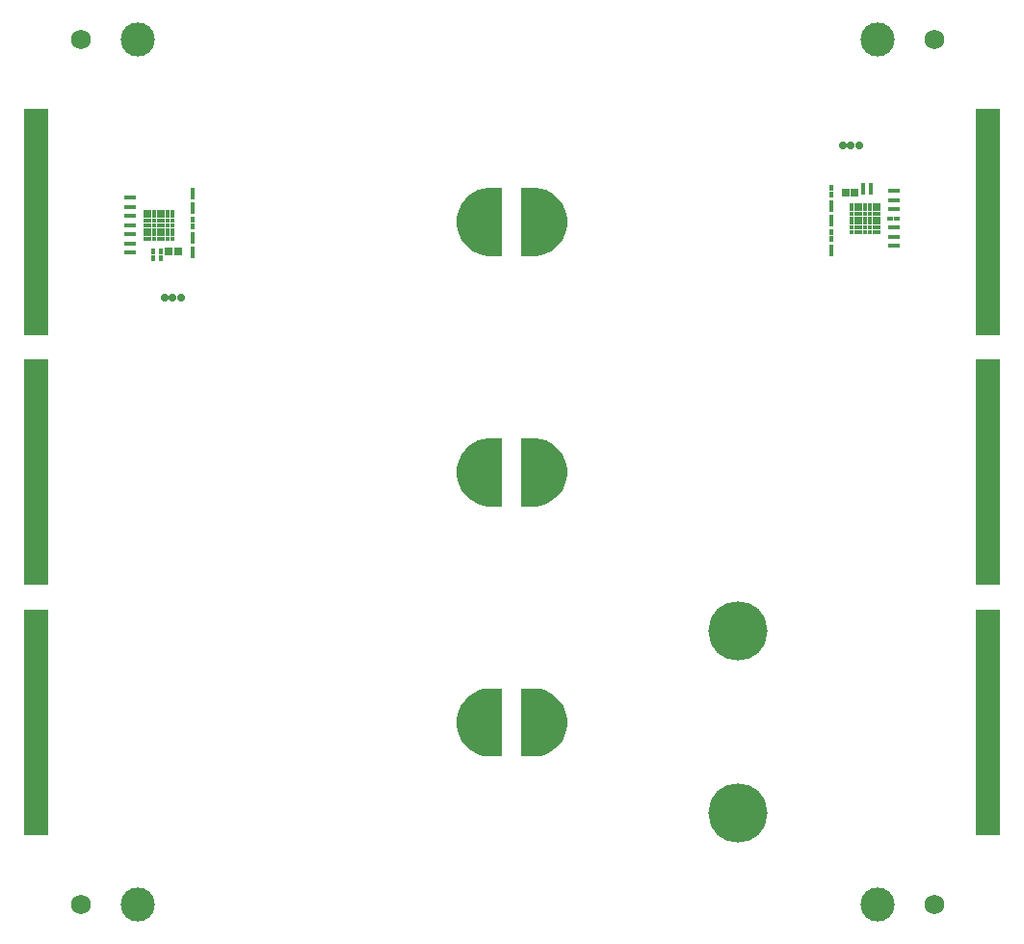
<source format=gbs>
G04*
G04 #@! TF.GenerationSoftware,Altium Limited,Altium Designer,21.1.1 (26)*
G04*
G04 Layer_Color=16711935*
%FSLAX44Y44*%
%MOMM*%
G71*
G04*
G04 #@! TF.SameCoordinates,63B2E272-0427-4AAB-BE5C-BBC369205028*
G04*
G04*
G04 #@! TF.FilePolarity,Negative*
G04*
G01*
G75*
%ADD77C,3.0000*%
%ADD80R,0.5532X0.4532*%
%ADD81R,0.4532X0.5532*%
%ADD83R,0.7632X0.7232*%
%ADD88R,1.7032X0.5532*%
%ADD107C,1.7272*%
%ADD108C,5.2032*%
%ADD109C,0.7032*%
%ADD110C,0.4132*%
G36*
X447000Y680000D02*
X449361D01*
X454025Y679261D01*
X458516Y677802D01*
X462723Y675658D01*
X466544Y672883D01*
X469883Y669544D01*
X472658Y665723D01*
X474802Y661516D01*
X476261Y657025D01*
X477000Y652361D01*
Y647639D01*
X476261Y642975D01*
X474802Y638484D01*
X472658Y634277D01*
X469883Y630456D01*
X466544Y627117D01*
X462723Y624342D01*
X458516Y622198D01*
X454025Y620739D01*
X449361Y620000D01*
X447000D01*
X437000Y620000D01*
X437000Y680000D01*
X447000Y680000D01*
D02*
G37*
G36*
X420000Y680000D02*
X420000Y620000D01*
X410000Y620000D01*
X407639D01*
X402975Y620739D01*
X398484Y622198D01*
X394277Y624342D01*
X390456Y627117D01*
X387117Y630456D01*
X384342Y634277D01*
X382198Y638484D01*
X380739Y642975D01*
X380000Y647639D01*
Y652361D01*
X380739Y657025D01*
X382198Y661516D01*
X384342Y665723D01*
X387117Y669544D01*
X390456Y672883D01*
X394277Y675658D01*
X398484Y677802D01*
X402975Y679261D01*
X407639Y680000D01*
X410000D01*
X420000Y680000D01*
D02*
G37*
G36*
X856998Y749250D02*
X857000Y550750D01*
X836000Y550750D01*
X836000Y749250D01*
X856998Y749250D01*
D02*
G37*
G36*
X21000Y749250D02*
X21000Y550750D01*
X2Y550750D01*
X-0Y749250D01*
X21000Y749250D01*
D02*
G37*
G36*
X447000Y460000D02*
X449361D01*
X454025Y459261D01*
X458516Y457802D01*
X462723Y455658D01*
X466544Y452883D01*
X469883Y449544D01*
X472658Y445723D01*
X474802Y441516D01*
X476261Y437025D01*
X477000Y432361D01*
Y427639D01*
X476261Y422975D01*
X474802Y418484D01*
X472658Y414277D01*
X469883Y410456D01*
X466544Y407117D01*
X462723Y404342D01*
X458516Y402198D01*
X454025Y400739D01*
X449361Y400000D01*
X447000D01*
X437000Y400000D01*
X437000Y460000D01*
X447000Y460000D01*
D02*
G37*
G36*
X420000Y460000D02*
X420000Y400000D01*
X410000Y400000D01*
X407639D01*
X402975Y400739D01*
X398484Y402198D01*
X394277Y404342D01*
X390456Y407117D01*
X387117Y410456D01*
X384342Y414277D01*
X382198Y418484D01*
X380739Y422975D01*
X380000Y427639D01*
Y432361D01*
X380739Y437025D01*
X382198Y441516D01*
X384342Y445723D01*
X387117Y449544D01*
X390456Y452883D01*
X394277Y455658D01*
X398484Y457802D01*
X402975Y459261D01*
X407639Y460000D01*
X410000D01*
X420000Y460000D01*
D02*
G37*
G36*
X856998Y529250D02*
X857000Y330750D01*
X836000Y330750D01*
X836000Y529250D01*
X856998Y529250D01*
D02*
G37*
G36*
X21000Y529250D02*
X21000Y330750D01*
X2Y330750D01*
X-0Y529250D01*
X21000Y529250D01*
D02*
G37*
G36*
X447000Y240000D02*
X449361D01*
X454025Y239261D01*
X458516Y237802D01*
X462723Y235658D01*
X466544Y232883D01*
X469883Y229544D01*
X472658Y225723D01*
X474802Y221516D01*
X476261Y217025D01*
X477000Y212361D01*
Y207639D01*
X476261Y202975D01*
X474802Y198484D01*
X472658Y194277D01*
X469883Y190456D01*
X466544Y187117D01*
X462723Y184342D01*
X458516Y182198D01*
X454025Y180739D01*
X449361Y180000D01*
X447000D01*
X437000Y180000D01*
X437000Y240000D01*
X447000Y240000D01*
D02*
G37*
G36*
X420000D02*
X420000Y180000D01*
X410000Y180000D01*
X407639D01*
X402975Y180739D01*
X398484Y182198D01*
X394277Y184342D01*
X390456Y187117D01*
X387117Y190456D01*
X384342Y194277D01*
X382198Y198484D01*
X380739Y202975D01*
X380000Y207639D01*
Y212361D01*
X380739Y217025D01*
X382198Y221516D01*
X384342Y225723D01*
X387117Y229544D01*
X390456Y232883D01*
X394277Y235658D01*
X398484Y237802D01*
X402975Y239261D01*
X407639Y240000D01*
X410000D01*
X420000Y240000D01*
D02*
G37*
G36*
X856998Y309249D02*
X857000Y110750D01*
X836000Y110750D01*
X836000Y309250D01*
X856998Y309249D01*
D02*
G37*
G36*
X21000Y309250D02*
X21000Y110750D01*
X2Y110750D01*
X-0Y309250D01*
X21000Y309250D01*
D02*
G37*
D77*
X750000Y810000D02*
D03*
Y50000D02*
D03*
X100000D02*
D03*
Y810000D02*
D03*
D80*
X761315Y629008D02*
D03*
X766815D02*
D03*
X761315Y637008D02*
D03*
X766815D02*
D03*
X761315Y645008D02*
D03*
X766815D02*
D03*
X761250Y653000D02*
D03*
X766750D02*
D03*
X761315Y661008D02*
D03*
X766815D02*
D03*
X761315Y669008D02*
D03*
X766815D02*
D03*
X761315Y677008D02*
D03*
X766815D02*
D03*
X95685Y670992D02*
D03*
X90185D02*
D03*
X95685Y662992D02*
D03*
X90185D02*
D03*
X95685Y654992D02*
D03*
X90185D02*
D03*
X95750Y647000D02*
D03*
X90250D02*
D03*
X95685Y638992D02*
D03*
X90185D02*
D03*
X95685Y630992D02*
D03*
X90185D02*
D03*
X95685Y622992D02*
D03*
X90185D02*
D03*
D81*
X709000Y622250D02*
D03*
Y627750D02*
D03*
Y635250D02*
D03*
Y640750D02*
D03*
Y661250D02*
D03*
Y666750D02*
D03*
Y648250D02*
D03*
Y653750D02*
D03*
Y674000D02*
D03*
Y679500D02*
D03*
X737000Y676250D02*
D03*
Y681750D02*
D03*
X744000Y676250D02*
D03*
Y681750D02*
D03*
X148000Y677750D02*
D03*
Y672250D02*
D03*
Y664750D02*
D03*
Y659250D02*
D03*
Y638750D02*
D03*
Y633250D02*
D03*
Y651750D02*
D03*
Y646250D02*
D03*
Y626000D02*
D03*
Y620500D02*
D03*
X120000Y623750D02*
D03*
Y618250D02*
D03*
X113000Y623750D02*
D03*
Y618250D02*
D03*
D83*
X729900Y676000D02*
D03*
X722100D02*
D03*
X127100Y624000D02*
D03*
X134900D02*
D03*
D88*
X12500Y520000D02*
D03*
Y515000D02*
D03*
Y510000D02*
D03*
Y505000D02*
D03*
Y500000D02*
D03*
Y495000D02*
D03*
Y490000D02*
D03*
Y485000D02*
D03*
Y480000D02*
D03*
Y475000D02*
D03*
Y470000D02*
D03*
Y465000D02*
D03*
Y460000D02*
D03*
Y455000D02*
D03*
Y450000D02*
D03*
Y445000D02*
D03*
Y440000D02*
D03*
Y435000D02*
D03*
Y430000D02*
D03*
Y425000D02*
D03*
Y420000D02*
D03*
Y415000D02*
D03*
Y390000D02*
D03*
Y385000D02*
D03*
Y380000D02*
D03*
Y375000D02*
D03*
Y370000D02*
D03*
Y365000D02*
D03*
Y360000D02*
D03*
Y355000D02*
D03*
Y350000D02*
D03*
Y345000D02*
D03*
Y340000D02*
D03*
X844500Y120000D02*
D03*
Y125000D02*
D03*
Y130000D02*
D03*
Y135000D02*
D03*
Y140000D02*
D03*
Y145000D02*
D03*
Y150000D02*
D03*
Y155000D02*
D03*
Y160000D02*
D03*
Y165000D02*
D03*
Y170000D02*
D03*
Y175000D02*
D03*
Y180000D02*
D03*
Y185000D02*
D03*
Y190000D02*
D03*
Y195000D02*
D03*
Y200000D02*
D03*
Y205000D02*
D03*
Y210000D02*
D03*
Y215000D02*
D03*
Y220000D02*
D03*
Y225000D02*
D03*
Y250000D02*
D03*
Y255000D02*
D03*
Y260000D02*
D03*
Y265000D02*
D03*
Y270000D02*
D03*
Y275000D02*
D03*
Y280000D02*
D03*
Y285000D02*
D03*
Y290000D02*
D03*
Y295000D02*
D03*
Y300000D02*
D03*
Y340000D02*
D03*
Y345000D02*
D03*
Y350000D02*
D03*
Y355000D02*
D03*
Y360000D02*
D03*
Y365000D02*
D03*
Y370000D02*
D03*
Y375000D02*
D03*
Y380000D02*
D03*
Y385000D02*
D03*
Y390000D02*
D03*
Y395000D02*
D03*
Y400000D02*
D03*
Y405000D02*
D03*
Y410000D02*
D03*
Y415000D02*
D03*
Y420000D02*
D03*
Y425000D02*
D03*
Y430000D02*
D03*
Y435000D02*
D03*
Y440000D02*
D03*
Y445000D02*
D03*
Y470000D02*
D03*
Y475000D02*
D03*
Y480000D02*
D03*
Y485000D02*
D03*
Y490000D02*
D03*
Y495000D02*
D03*
Y500000D02*
D03*
Y505000D02*
D03*
Y510000D02*
D03*
Y515000D02*
D03*
Y520000D02*
D03*
Y560000D02*
D03*
Y565000D02*
D03*
Y570000D02*
D03*
Y575000D02*
D03*
Y580000D02*
D03*
Y585000D02*
D03*
Y590000D02*
D03*
Y595000D02*
D03*
Y600000D02*
D03*
Y605000D02*
D03*
Y610000D02*
D03*
Y615000D02*
D03*
Y620000D02*
D03*
Y625000D02*
D03*
Y630000D02*
D03*
Y635000D02*
D03*
Y640000D02*
D03*
Y645000D02*
D03*
Y650000D02*
D03*
Y655000D02*
D03*
Y660000D02*
D03*
Y665000D02*
D03*
Y690000D02*
D03*
Y695000D02*
D03*
Y700000D02*
D03*
Y705000D02*
D03*
Y710000D02*
D03*
Y715000D02*
D03*
Y720000D02*
D03*
Y725000D02*
D03*
Y730000D02*
D03*
Y735000D02*
D03*
Y740000D02*
D03*
X12500D02*
D03*
Y735000D02*
D03*
Y730000D02*
D03*
Y725000D02*
D03*
Y720000D02*
D03*
Y715000D02*
D03*
Y710000D02*
D03*
Y705000D02*
D03*
Y700000D02*
D03*
Y695000D02*
D03*
Y690000D02*
D03*
Y685000D02*
D03*
Y680000D02*
D03*
Y675000D02*
D03*
Y670000D02*
D03*
Y665000D02*
D03*
Y660000D02*
D03*
Y655000D02*
D03*
Y650000D02*
D03*
Y645000D02*
D03*
Y640000D02*
D03*
Y635000D02*
D03*
Y610000D02*
D03*
Y605000D02*
D03*
Y600000D02*
D03*
Y595000D02*
D03*
Y590000D02*
D03*
Y585000D02*
D03*
Y580000D02*
D03*
Y575000D02*
D03*
Y570000D02*
D03*
Y565000D02*
D03*
Y560000D02*
D03*
Y300000D02*
D03*
Y295000D02*
D03*
Y290000D02*
D03*
Y285000D02*
D03*
Y280000D02*
D03*
Y275000D02*
D03*
Y270000D02*
D03*
Y265000D02*
D03*
Y260000D02*
D03*
Y255000D02*
D03*
Y250000D02*
D03*
Y245000D02*
D03*
Y240000D02*
D03*
Y235000D02*
D03*
Y230000D02*
D03*
Y225000D02*
D03*
Y220000D02*
D03*
Y215000D02*
D03*
Y210000D02*
D03*
Y205000D02*
D03*
Y200000D02*
D03*
Y195000D02*
D03*
Y170000D02*
D03*
Y165000D02*
D03*
Y160000D02*
D03*
Y155000D02*
D03*
Y150000D02*
D03*
Y145000D02*
D03*
Y140000D02*
D03*
Y135000D02*
D03*
Y130000D02*
D03*
Y125000D02*
D03*
Y120000D02*
D03*
D107*
X800000Y810000D02*
D03*
Y50000D02*
D03*
X50000D02*
D03*
Y810000D02*
D03*
D108*
X627000Y290000D02*
D03*
Y130000D02*
D03*
D109*
X726500Y717000D02*
D03*
X719000D02*
D03*
X734000D02*
D03*
X130500Y583000D02*
D03*
X138000D02*
D03*
X123000D02*
D03*
D110*
X751000Y665000D02*
D03*
X747000D02*
D03*
X743000D02*
D03*
X739000D02*
D03*
X735000D02*
D03*
X731000D02*
D03*
X727000D02*
D03*
X751000Y661000D02*
D03*
X747000D02*
D03*
X743000D02*
D03*
X739000D02*
D03*
X735000D02*
D03*
X731000D02*
D03*
X727000D02*
D03*
X751000Y657000D02*
D03*
X747000D02*
D03*
X743000D02*
D03*
X739000D02*
D03*
X735000D02*
D03*
X731000D02*
D03*
X727000D02*
D03*
X751000Y653000D02*
D03*
X747000D02*
D03*
X743000D02*
D03*
X739000D02*
D03*
X735000D02*
D03*
X731000D02*
D03*
X727000D02*
D03*
X751000Y649000D02*
D03*
X747000D02*
D03*
X743000D02*
D03*
X739000D02*
D03*
X735000D02*
D03*
X731000D02*
D03*
X727000D02*
D03*
X751000Y645000D02*
D03*
X747000D02*
D03*
X743000D02*
D03*
X739000D02*
D03*
X735000D02*
D03*
X731000D02*
D03*
X727000D02*
D03*
X751000Y641000D02*
D03*
X747000D02*
D03*
X743000D02*
D03*
X739000D02*
D03*
X735000D02*
D03*
X731000D02*
D03*
X727000D02*
D03*
X106000Y635000D02*
D03*
X110000D02*
D03*
X114000D02*
D03*
X118000D02*
D03*
X122000D02*
D03*
X126000D02*
D03*
X130000D02*
D03*
X106000Y639000D02*
D03*
X110000D02*
D03*
X114000D02*
D03*
X118000D02*
D03*
X122000D02*
D03*
X126000D02*
D03*
X130000D02*
D03*
X106000Y643000D02*
D03*
X110000D02*
D03*
X114000D02*
D03*
X118000D02*
D03*
X122000D02*
D03*
X126000D02*
D03*
X130000D02*
D03*
X106000Y647000D02*
D03*
X110000D02*
D03*
X114000D02*
D03*
X118000D02*
D03*
X122000D02*
D03*
X126000D02*
D03*
X130000D02*
D03*
X106000Y651000D02*
D03*
X110000D02*
D03*
X114000D02*
D03*
X118000D02*
D03*
X122000D02*
D03*
X126000D02*
D03*
X130000D02*
D03*
X106000Y655000D02*
D03*
X110000D02*
D03*
X114000D02*
D03*
X118000D02*
D03*
X122000D02*
D03*
X126000D02*
D03*
X130000D02*
D03*
X106000Y659000D02*
D03*
X110000D02*
D03*
X114000D02*
D03*
X118000D02*
D03*
X122000D02*
D03*
X126000D02*
D03*
X130000D02*
D03*
M02*

</source>
